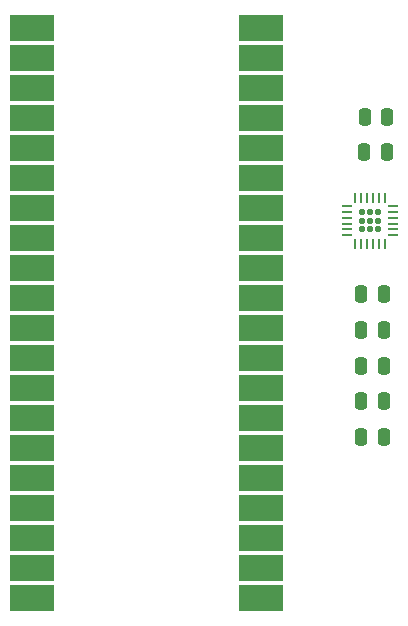
<source format=gbr>
%TF.GenerationSoftware,KiCad,Pcbnew,9.0.6-9.0.6~ubuntu22.04.1*%
%TF.CreationDate,2025-11-25T00:54:20+02:00*%
%TF.ProjectId,pico,7069636f-2e6b-4696-9361-645f70636258,1*%
%TF.SameCoordinates,Original*%
%TF.FileFunction,Paste,Top*%
%TF.FilePolarity,Positive*%
%FSLAX46Y46*%
G04 Gerber Fmt 4.6, Leading zero omitted, Abs format (unit mm)*
G04 Created by KiCad (PCBNEW 9.0.6-9.0.6~ubuntu22.04.1) date 2025-11-25 00:54:20*
%MOMM*%
%LPD*%
G01*
G04 APERTURE LIST*
G04 Aperture macros list*
%AMRoundRect*
0 Rectangle with rounded corners*
0 $1 Rounding radius*
0 $2 $3 $4 $5 $6 $7 $8 $9 X,Y pos of 4 corners*
0 Add a 4 corners polygon primitive as box body*
4,1,4,$2,$3,$4,$5,$6,$7,$8,$9,$2,$3,0*
0 Add four circle primitives for the rounded corners*
1,1,$1+$1,$2,$3*
1,1,$1+$1,$4,$5*
1,1,$1+$1,$6,$7*
1,1,$1+$1,$8,$9*
0 Add four rect primitives between the rounded corners*
20,1,$1+$1,$2,$3,$4,$5,0*
20,1,$1+$1,$4,$5,$6,$7,0*
20,1,$1+$1,$6,$7,$8,$9,0*
20,1,$1+$1,$8,$9,$2,$3,0*%
G04 Aperture macros list end*
%ADD10RoundRect,0.250000X0.250000X0.475000X-0.250000X0.475000X-0.250000X-0.475000X0.250000X-0.475000X0*%
%ADD11R,3.800000X2.200000*%
%ADD12RoundRect,0.250000X-0.250000X-0.475000X0.250000X-0.475000X0.250000X0.475000X-0.250000X0.475000X0*%
%ADD13RoundRect,0.140000X-0.140000X-0.140000X0.140000X-0.140000X0.140000X0.140000X-0.140000X0.140000X0*%
%ADD14RoundRect,0.062500X-0.375000X-0.062500X0.375000X-0.062500X0.375000X0.062500X-0.375000X0.062500X0*%
%ADD15RoundRect,0.062500X-0.062500X-0.375000X0.062500X-0.375000X0.062500X0.375000X-0.062500X0.375000X0*%
G04 APERTURE END LIST*
D10*
%TO.C,R3*%
X135450000Y-60500000D03*
X133550000Y-60500000D03*
%TD*%
%TO.C,R2*%
X135400000Y-63500000D03*
X133500000Y-63500000D03*
%TD*%
D11*
%TO.C,A1*%
X105385000Y-53000000D03*
X105385000Y-55540000D03*
X105385000Y-58080000D03*
X105385000Y-60620000D03*
X105385000Y-63160000D03*
X105385000Y-65700000D03*
X105385000Y-68240000D03*
X105385000Y-70780000D03*
X105385000Y-73320000D03*
X105385000Y-75860000D03*
X105385000Y-78400000D03*
X105385000Y-80940000D03*
X105385000Y-83480000D03*
X105385000Y-86020000D03*
X105385000Y-88560000D03*
X105385000Y-91100000D03*
X105385000Y-93640000D03*
X105385000Y-96180000D03*
X105385000Y-98720000D03*
X105385000Y-101260000D03*
X124765000Y-53000000D03*
X124765000Y-55540000D03*
X124765000Y-58080000D03*
X124765000Y-60620000D03*
X124765000Y-63160000D03*
X124765000Y-65700000D03*
X124765000Y-68240000D03*
X124765000Y-70780000D03*
X124765000Y-73320000D03*
X124765000Y-75860000D03*
X124765000Y-78400000D03*
X124765000Y-80940000D03*
X124765000Y-83480000D03*
X124765000Y-86020000D03*
X124765000Y-88560000D03*
X124765000Y-91100000D03*
X124765000Y-93640000D03*
X124765000Y-96180000D03*
X124765000Y-98720000D03*
X124765000Y-101260000D03*
%TD*%
D12*
%TO.C,R1*%
X133250000Y-87587500D03*
X135150000Y-87587500D03*
%TD*%
%TO.C,C2*%
X133250000Y-78557500D03*
X135150000Y-78557500D03*
%TD*%
%TO.C,C4*%
X133250000Y-84577500D03*
X135150000Y-84577500D03*
%TD*%
D13*
%TO.C,U1*%
X133300000Y-68600000D03*
X133300000Y-69300000D03*
X133300000Y-70000000D03*
X134000000Y-68600000D03*
X134000000Y-69300000D03*
X134000000Y-70000000D03*
X134700000Y-68600000D03*
X134700000Y-69300000D03*
X134700000Y-70000000D03*
D14*
X132062500Y-68050000D03*
X132062500Y-68550000D03*
X132062500Y-69050000D03*
X132062500Y-69550000D03*
X132062500Y-70050000D03*
X132062500Y-70550000D03*
D15*
X132750000Y-71237500D03*
X133250000Y-71237500D03*
X133750000Y-71237500D03*
X134250000Y-71237500D03*
X134750000Y-71237500D03*
X135250000Y-71237500D03*
D14*
X135937500Y-70550000D03*
X135937500Y-70050000D03*
X135937500Y-69550000D03*
X135937500Y-69050000D03*
X135937500Y-68550000D03*
X135937500Y-68050000D03*
D15*
X135250000Y-67362500D03*
X134750000Y-67362500D03*
X134250000Y-67362500D03*
X133750000Y-67362500D03*
X133250000Y-67362500D03*
X132750000Y-67362500D03*
%TD*%
D12*
%TO.C,C1*%
X133250000Y-75547500D03*
X135150000Y-75547500D03*
%TD*%
%TO.C,C3*%
X133250000Y-81567500D03*
X135150000Y-81567500D03*
%TD*%
M02*

</source>
